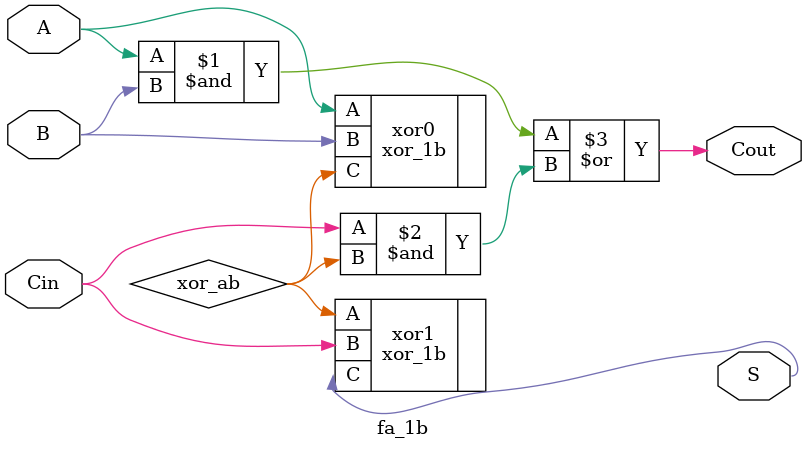
<source format=v>

module fa_1b(
    input wire A,
    input wire B,
    input wire Cin,
    output wire S,
    output wire Cout
);

    // Internal wires
    wire xor_ab;      // A xor B
    wire xor_ab_cin;  // (A xor B) xor Cin = Sum
    
    // Instantiate custom XOR gates for sum calculation
    xor_1b xor0 (.A(A), .B(B), .C(xor_ab));
    xor_1b xor1 (.A(xor_ab), .B(Cin), .C(S));
    
    // Carry logic using primitive operators
    // Cout = (A & B) | (Cin & (A xor B))
    assign Cout = (A & B) | (Cin & xor_ab);

endmodule

</source>
